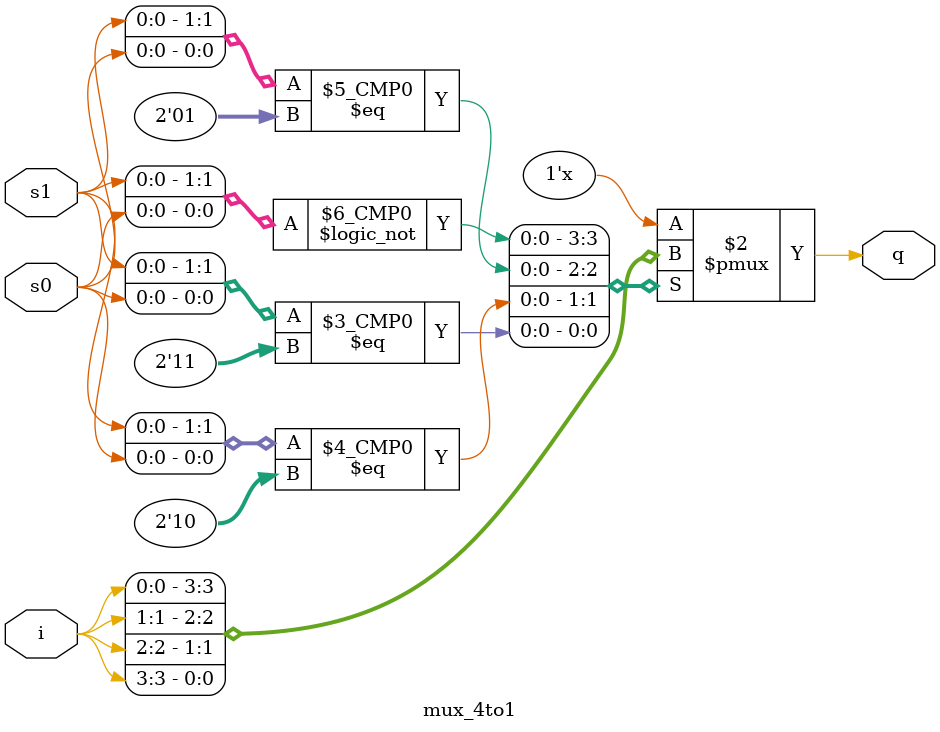
<source format=v>
module d_ff(out, in, clk, reset);
input in, clk, reset;
output reg out;

always @(posedge clk or negedge reset) begin
    out = reset ? (in):1'b0;
end
endmodule


module universal_shift_register(out, in, in_r, in_l, clk, reset, sel1, sel0);
// 00 means memory
// 01 means shift left
// 10 means shift right
// 11 means parallel input
input clk,reset,sel1,sel0, in_r, in_l;
input [3:0]in;
output [3:0]out;

wire [3:0]d;

mux_4to1 m0(d[0],{in[0],in_l,out[0+1],out[0]},sel1,sel0);
mux_4to1 m1(d[1],{in[1],out[0],out[0+1],out[1]},sel1,sel0);
mux_4to1 m2(d[2],{in[2],out[1],out[0+1],out[2]},sel1,sel0);
mux_4to1 m3(d[3],{in[3],out[2],in_r,out[3]},sel1,sel0);

d_ff f3(out[3],d[3],clk,reset);
d_ff f2(out[2],d[2],clk,reset);
d_ff f1(out[1],d[1],clk,reset);
d_ff f0(out[0],d[0],clk,reset);

endmodule


module mux_4to1(q,i,s1,s0);
input s1, s0;
input [3:0]i;
output reg q;

always @(*) begin
    case ({s1,s0})
        2'b00: q = i[0];
        2'b01: q = i[1];
        2'b10: q = i[2];
        2'b11: q = i[3];
    endcase
end
endmodule
</source>
